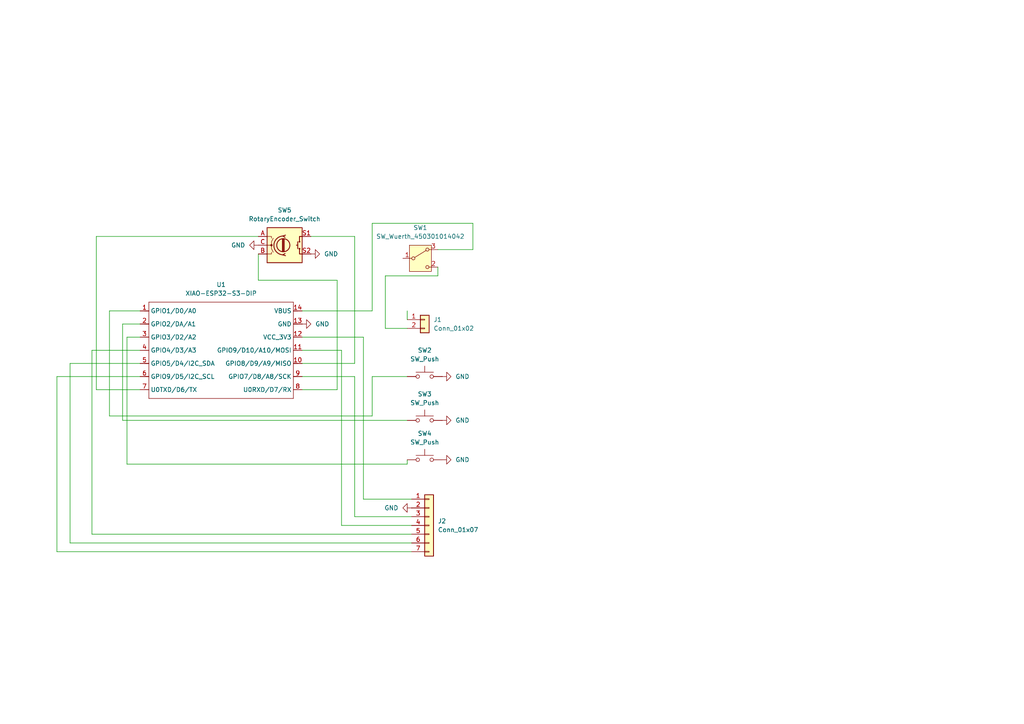
<source format=kicad_sch>
(kicad_sch
	(version 20250114)
	(generator "eeschema")
	(generator_version "9.0")
	(uuid "0a57853e-c969-42e3-b326-992fa9ab4799")
	(paper "A4")
	(lib_symbols
		(symbol "Connector_Generic:Conn_01x02"
			(pin_names
				(offset 1.016)
				(hide yes)
			)
			(exclude_from_sim no)
			(in_bom yes)
			(on_board yes)
			(property "Reference" "J"
				(at 0 2.54 0)
				(effects
					(font
						(size 1.27 1.27)
					)
				)
			)
			(property "Value" "Conn_01x02"
				(at 0 -5.08 0)
				(effects
					(font
						(size 1.27 1.27)
					)
				)
			)
			(property "Footprint" ""
				(at 0 0 0)
				(effects
					(font
						(size 1.27 1.27)
					)
					(hide yes)
				)
			)
			(property "Datasheet" "~"
				(at 0 0 0)
				(effects
					(font
						(size 1.27 1.27)
					)
					(hide yes)
				)
			)
			(property "Description" "Generic connector, single row, 01x02, script generated (kicad-library-utils/schlib/autogen/connector/)"
				(at 0 0 0)
				(effects
					(font
						(size 1.27 1.27)
					)
					(hide yes)
				)
			)
			(property "ki_keywords" "connector"
				(at 0 0 0)
				(effects
					(font
						(size 1.27 1.27)
					)
					(hide yes)
				)
			)
			(property "ki_fp_filters" "Connector*:*_1x??_*"
				(at 0 0 0)
				(effects
					(font
						(size 1.27 1.27)
					)
					(hide yes)
				)
			)
			(symbol "Conn_01x02_1_1"
				(rectangle
					(start -1.27 1.27)
					(end 1.27 -3.81)
					(stroke
						(width 0.254)
						(type default)
					)
					(fill
						(type background)
					)
				)
				(rectangle
					(start -1.27 0.127)
					(end 0 -0.127)
					(stroke
						(width 0.1524)
						(type default)
					)
					(fill
						(type none)
					)
				)
				(rectangle
					(start -1.27 -2.413)
					(end 0 -2.667)
					(stroke
						(width 0.1524)
						(type default)
					)
					(fill
						(type none)
					)
				)
				(pin passive line
					(at -5.08 0 0)
					(length 3.81)
					(name "Pin_1"
						(effects
							(font
								(size 1.27 1.27)
							)
						)
					)
					(number "1"
						(effects
							(font
								(size 1.27 1.27)
							)
						)
					)
				)
				(pin passive line
					(at -5.08 -2.54 0)
					(length 3.81)
					(name "Pin_2"
						(effects
							(font
								(size 1.27 1.27)
							)
						)
					)
					(number "2"
						(effects
							(font
								(size 1.27 1.27)
							)
						)
					)
				)
			)
			(embedded_fonts no)
		)
		(symbol "Connector_Generic:Conn_01x07"
			(pin_names
				(offset 1.016)
				(hide yes)
			)
			(exclude_from_sim no)
			(in_bom yes)
			(on_board yes)
			(property "Reference" "J"
				(at 0 10.16 0)
				(effects
					(font
						(size 1.27 1.27)
					)
				)
			)
			(property "Value" "Conn_01x07"
				(at 0 -10.16 0)
				(effects
					(font
						(size 1.27 1.27)
					)
				)
			)
			(property "Footprint" ""
				(at 0 0 0)
				(effects
					(font
						(size 1.27 1.27)
					)
					(hide yes)
				)
			)
			(property "Datasheet" "~"
				(at 0 0 0)
				(effects
					(font
						(size 1.27 1.27)
					)
					(hide yes)
				)
			)
			(property "Description" "Generic connector, single row, 01x07, script generated (kicad-library-utils/schlib/autogen/connector/)"
				(at 0 0 0)
				(effects
					(font
						(size 1.27 1.27)
					)
					(hide yes)
				)
			)
			(property "ki_keywords" "connector"
				(at 0 0 0)
				(effects
					(font
						(size 1.27 1.27)
					)
					(hide yes)
				)
			)
			(property "ki_fp_filters" "Connector*:*_1x??_*"
				(at 0 0 0)
				(effects
					(font
						(size 1.27 1.27)
					)
					(hide yes)
				)
			)
			(symbol "Conn_01x07_1_1"
				(rectangle
					(start -1.27 8.89)
					(end 1.27 -8.89)
					(stroke
						(width 0.254)
						(type default)
					)
					(fill
						(type background)
					)
				)
				(rectangle
					(start -1.27 7.747)
					(end 0 7.493)
					(stroke
						(width 0.1524)
						(type default)
					)
					(fill
						(type none)
					)
				)
				(rectangle
					(start -1.27 5.207)
					(end 0 4.953)
					(stroke
						(width 0.1524)
						(type default)
					)
					(fill
						(type none)
					)
				)
				(rectangle
					(start -1.27 2.667)
					(end 0 2.413)
					(stroke
						(width 0.1524)
						(type default)
					)
					(fill
						(type none)
					)
				)
				(rectangle
					(start -1.27 0.127)
					(end 0 -0.127)
					(stroke
						(width 0.1524)
						(type default)
					)
					(fill
						(type none)
					)
				)
				(rectangle
					(start -1.27 -2.413)
					(end 0 -2.667)
					(stroke
						(width 0.1524)
						(type default)
					)
					(fill
						(type none)
					)
				)
				(rectangle
					(start -1.27 -4.953)
					(end 0 -5.207)
					(stroke
						(width 0.1524)
						(type default)
					)
					(fill
						(type none)
					)
				)
				(rectangle
					(start -1.27 -7.493)
					(end 0 -7.747)
					(stroke
						(width 0.1524)
						(type default)
					)
					(fill
						(type none)
					)
				)
				(pin passive line
					(at -5.08 7.62 0)
					(length 3.81)
					(name "Pin_1"
						(effects
							(font
								(size 1.27 1.27)
							)
						)
					)
					(number "1"
						(effects
							(font
								(size 1.27 1.27)
							)
						)
					)
				)
				(pin passive line
					(at -5.08 5.08 0)
					(length 3.81)
					(name "Pin_2"
						(effects
							(font
								(size 1.27 1.27)
							)
						)
					)
					(number "2"
						(effects
							(font
								(size 1.27 1.27)
							)
						)
					)
				)
				(pin passive line
					(at -5.08 2.54 0)
					(length 3.81)
					(name "Pin_3"
						(effects
							(font
								(size 1.27 1.27)
							)
						)
					)
					(number "3"
						(effects
							(font
								(size 1.27 1.27)
							)
						)
					)
				)
				(pin passive line
					(at -5.08 0 0)
					(length 3.81)
					(name "Pin_4"
						(effects
							(font
								(size 1.27 1.27)
							)
						)
					)
					(number "4"
						(effects
							(font
								(size 1.27 1.27)
							)
						)
					)
				)
				(pin passive line
					(at -5.08 -2.54 0)
					(length 3.81)
					(name "Pin_5"
						(effects
							(font
								(size 1.27 1.27)
							)
						)
					)
					(number "5"
						(effects
							(font
								(size 1.27 1.27)
							)
						)
					)
				)
				(pin passive line
					(at -5.08 -5.08 0)
					(length 3.81)
					(name "Pin_6"
						(effects
							(font
								(size 1.27 1.27)
							)
						)
					)
					(number "6"
						(effects
							(font
								(size 1.27 1.27)
							)
						)
					)
				)
				(pin passive line
					(at -5.08 -7.62 0)
					(length 3.81)
					(name "Pin_7"
						(effects
							(font
								(size 1.27 1.27)
							)
						)
					)
					(number "7"
						(effects
							(font
								(size 1.27 1.27)
							)
						)
					)
				)
			)
			(embedded_fonts no)
		)
		(symbol "Device:RotaryEncoder_Switch"
			(pin_names
				(offset 0.254)
				(hide yes)
			)
			(exclude_from_sim no)
			(in_bom yes)
			(on_board yes)
			(property "Reference" "SW"
				(at 0 6.604 0)
				(effects
					(font
						(size 1.27 1.27)
					)
				)
			)
			(property "Value" "RotaryEncoder_Switch"
				(at 0 -6.604 0)
				(effects
					(font
						(size 1.27 1.27)
					)
				)
			)
			(property "Footprint" ""
				(at -3.81 4.064 0)
				(effects
					(font
						(size 1.27 1.27)
					)
					(hide yes)
				)
			)
			(property "Datasheet" "~"
				(at 0 6.604 0)
				(effects
					(font
						(size 1.27 1.27)
					)
					(hide yes)
				)
			)
			(property "Description" "Rotary encoder, dual channel, incremental quadrate outputs, with switch"
				(at 0 0 0)
				(effects
					(font
						(size 1.27 1.27)
					)
					(hide yes)
				)
			)
			(property "ki_keywords" "rotary switch encoder switch push button"
				(at 0 0 0)
				(effects
					(font
						(size 1.27 1.27)
					)
					(hide yes)
				)
			)
			(property "ki_fp_filters" "RotaryEncoder*Switch*"
				(at 0 0 0)
				(effects
					(font
						(size 1.27 1.27)
					)
					(hide yes)
				)
			)
			(symbol "RotaryEncoder_Switch_0_1"
				(rectangle
					(start -5.08 5.08)
					(end 5.08 -5.08)
					(stroke
						(width 0.254)
						(type default)
					)
					(fill
						(type background)
					)
				)
				(polyline
					(pts
						(xy -5.08 2.54) (xy -3.81 2.54) (xy -3.81 2.032)
					)
					(stroke
						(width 0)
						(type default)
					)
					(fill
						(type none)
					)
				)
				(polyline
					(pts
						(xy -5.08 0) (xy -3.81 0) (xy -3.81 -1.016) (xy -3.302 -2.032)
					)
					(stroke
						(width 0)
						(type default)
					)
					(fill
						(type none)
					)
				)
				(polyline
					(pts
						(xy -5.08 -2.54) (xy -3.81 -2.54) (xy -3.81 -2.032)
					)
					(stroke
						(width 0)
						(type default)
					)
					(fill
						(type none)
					)
				)
				(polyline
					(pts
						(xy -4.318 0) (xy -3.81 0) (xy -3.81 1.016) (xy -3.302 2.032)
					)
					(stroke
						(width 0)
						(type default)
					)
					(fill
						(type none)
					)
				)
				(circle
					(center -3.81 0)
					(radius 0.254)
					(stroke
						(width 0)
						(type default)
					)
					(fill
						(type outline)
					)
				)
				(polyline
					(pts
						(xy -0.635 -1.778) (xy -0.635 1.778)
					)
					(stroke
						(width 0.254)
						(type default)
					)
					(fill
						(type none)
					)
				)
				(circle
					(center -0.381 0)
					(radius 1.905)
					(stroke
						(width 0.254)
						(type default)
					)
					(fill
						(type none)
					)
				)
				(polyline
					(pts
						(xy -0.381 -1.778) (xy -0.381 1.778)
					)
					(stroke
						(width 0.254)
						(type default)
					)
					(fill
						(type none)
					)
				)
				(arc
					(start -0.381 -2.794)
					(mid -3.0988 -0.0635)
					(end -0.381 2.667)
					(stroke
						(width 0.254)
						(type default)
					)
					(fill
						(type none)
					)
				)
				(polyline
					(pts
						(xy -0.127 1.778) (xy -0.127 -1.778)
					)
					(stroke
						(width 0.254)
						(type default)
					)
					(fill
						(type none)
					)
				)
				(polyline
					(pts
						(xy 0.254 2.921) (xy -0.508 2.667) (xy 0.127 2.286)
					)
					(stroke
						(width 0.254)
						(type default)
					)
					(fill
						(type none)
					)
				)
				(polyline
					(pts
						(xy 0.254 -3.048) (xy -0.508 -2.794) (xy 0.127 -2.413)
					)
					(stroke
						(width 0.254)
						(type default)
					)
					(fill
						(type none)
					)
				)
				(polyline
					(pts
						(xy 3.81 1.016) (xy 3.81 -1.016)
					)
					(stroke
						(width 0.254)
						(type default)
					)
					(fill
						(type none)
					)
				)
				(polyline
					(pts
						(xy 3.81 0) (xy 3.429 0)
					)
					(stroke
						(width 0.254)
						(type default)
					)
					(fill
						(type none)
					)
				)
				(circle
					(center 4.318 1.016)
					(radius 0.127)
					(stroke
						(width 0.254)
						(type default)
					)
					(fill
						(type none)
					)
				)
				(circle
					(center 4.318 -1.016)
					(radius 0.127)
					(stroke
						(width 0.254)
						(type default)
					)
					(fill
						(type none)
					)
				)
				(polyline
					(pts
						(xy 5.08 2.54) (xy 4.318 2.54) (xy 4.318 1.016)
					)
					(stroke
						(width 0.254)
						(type default)
					)
					(fill
						(type none)
					)
				)
				(polyline
					(pts
						(xy 5.08 -2.54) (xy 4.318 -2.54) (xy 4.318 -1.016)
					)
					(stroke
						(width 0.254)
						(type default)
					)
					(fill
						(type none)
					)
				)
			)
			(symbol "RotaryEncoder_Switch_1_1"
				(pin passive line
					(at -7.62 2.54 0)
					(length 2.54)
					(name "A"
						(effects
							(font
								(size 1.27 1.27)
							)
						)
					)
					(number "A"
						(effects
							(font
								(size 1.27 1.27)
							)
						)
					)
				)
				(pin passive line
					(at -7.62 0 0)
					(length 2.54)
					(name "C"
						(effects
							(font
								(size 1.27 1.27)
							)
						)
					)
					(number "C"
						(effects
							(font
								(size 1.27 1.27)
							)
						)
					)
				)
				(pin passive line
					(at -7.62 -2.54 0)
					(length 2.54)
					(name "B"
						(effects
							(font
								(size 1.27 1.27)
							)
						)
					)
					(number "B"
						(effects
							(font
								(size 1.27 1.27)
							)
						)
					)
				)
				(pin passive line
					(at 7.62 2.54 180)
					(length 2.54)
					(name "S1"
						(effects
							(font
								(size 1.27 1.27)
							)
						)
					)
					(number "S1"
						(effects
							(font
								(size 1.27 1.27)
							)
						)
					)
				)
				(pin passive line
					(at 7.62 -2.54 180)
					(length 2.54)
					(name "S2"
						(effects
							(font
								(size 1.27 1.27)
							)
						)
					)
					(number "S2"
						(effects
							(font
								(size 1.27 1.27)
							)
						)
					)
				)
			)
			(embedded_fonts no)
		)
		(symbol "Seeed_Studio_XIAO_Series:XIAO-ESP32-S3-DIP"
			(exclude_from_sim no)
			(in_bom yes)
			(on_board yes)
			(property "Reference" "U"
				(at 1.27 0.508 0)
				(effects
					(font
						(size 1.27 1.27)
					)
				)
			)
			(property "Value" "XIAO-ESP32-S3-DIP"
				(at 9.652 -1.778 0)
				(effects
					(font
						(size 1.27 1.27)
					)
				)
			)
			(property "Footprint" "Module:MOUDLE14P-XIAO-DIP-SMD"
				(at 17.018 -31.75 0)
				(effects
					(font
						(size 1.27 1.27)
					)
					(hide yes)
				)
			)
			(property "Datasheet" ""
				(at 0 0 0)
				(effects
					(font
						(size 1.27 1.27)
					)
					(hide yes)
				)
			)
			(property "Description" ""
				(at 0 0 0)
				(effects
					(font
						(size 1.27 1.27)
					)
					(hide yes)
				)
			)
			(symbol "XIAO-ESP32-S3-DIP_1_0"
				(polyline
					(pts
						(xy 0 -2.54) (xy 41.91 -2.54)
					)
					(stroke
						(width 0.1524)
						(type solid)
					)
					(fill
						(type none)
					)
				)
				(polyline
					(pts
						(xy 0 -5.08) (xy -1.27 -5.08)
					)
					(stroke
						(width 0.1524)
						(type solid)
					)
					(fill
						(type none)
					)
				)
				(polyline
					(pts
						(xy 0 -5.08) (xy 0 -2.54)
					)
					(stroke
						(width 0.1524)
						(type solid)
					)
					(fill
						(type none)
					)
				)
				(polyline
					(pts
						(xy 0 -8.89) (xy -1.27 -8.89)
					)
					(stroke
						(width 0.1524)
						(type solid)
					)
					(fill
						(type none)
					)
				)
				(polyline
					(pts
						(xy 0 -8.89) (xy 0 -5.08)
					)
					(stroke
						(width 0.1524)
						(type solid)
					)
					(fill
						(type none)
					)
				)
				(polyline
					(pts
						(xy 0 -12.7) (xy -1.27 -12.7)
					)
					(stroke
						(width 0.1524)
						(type solid)
					)
					(fill
						(type none)
					)
				)
				(polyline
					(pts
						(xy 0 -12.7) (xy 0 -8.89)
					)
					(stroke
						(width 0.1524)
						(type solid)
					)
					(fill
						(type none)
					)
				)
				(polyline
					(pts
						(xy 0 -16.51) (xy -1.27 -16.51)
					)
					(stroke
						(width 0.1524)
						(type solid)
					)
					(fill
						(type none)
					)
				)
				(polyline
					(pts
						(xy 0 -16.51) (xy 0 -12.7)
					)
					(stroke
						(width 0.1524)
						(type solid)
					)
					(fill
						(type none)
					)
				)
				(polyline
					(pts
						(xy 0 -20.32) (xy -1.27 -20.32)
					)
					(stroke
						(width 0.1524)
						(type solid)
					)
					(fill
						(type none)
					)
				)
				(polyline
					(pts
						(xy 0 -24.13) (xy -1.27 -24.13)
					)
					(stroke
						(width 0.1524)
						(type solid)
					)
					(fill
						(type none)
					)
				)
				(polyline
					(pts
						(xy 0 -27.94) (xy -1.27 -27.94)
					)
					(stroke
						(width 0.1524)
						(type solid)
					)
					(fill
						(type none)
					)
				)
				(polyline
					(pts
						(xy 0 -30.48) (xy 0 -16.51)
					)
					(stroke
						(width 0.1524)
						(type solid)
					)
					(fill
						(type none)
					)
				)
				(polyline
					(pts
						(xy 41.91 -2.54) (xy 41.91 -5.08)
					)
					(stroke
						(width 0.1524)
						(type solid)
					)
					(fill
						(type none)
					)
				)
				(polyline
					(pts
						(xy 41.91 -5.08) (xy 41.91 -8.89)
					)
					(stroke
						(width 0.1524)
						(type solid)
					)
					(fill
						(type none)
					)
				)
				(polyline
					(pts
						(xy 41.91 -8.89) (xy 41.91 -12.7)
					)
					(stroke
						(width 0.1524)
						(type solid)
					)
					(fill
						(type none)
					)
				)
				(polyline
					(pts
						(xy 41.91 -12.7) (xy 41.91 -30.48)
					)
					(stroke
						(width 0.1524)
						(type solid)
					)
					(fill
						(type none)
					)
				)
				(polyline
					(pts
						(xy 41.91 -30.48) (xy 0 -30.48)
					)
					(stroke
						(width 0.1524)
						(type solid)
					)
					(fill
						(type none)
					)
				)
				(polyline
					(pts
						(xy 43.18 -5.08) (xy 41.91 -5.08)
					)
					(stroke
						(width 0.1524)
						(type solid)
					)
					(fill
						(type none)
					)
				)
				(polyline
					(pts
						(xy 43.18 -8.89) (xy 41.91 -8.89)
					)
					(stroke
						(width 0.1524)
						(type solid)
					)
					(fill
						(type none)
					)
				)
				(polyline
					(pts
						(xy 43.18 -12.7) (xy 41.91 -12.7)
					)
					(stroke
						(width 0.1524)
						(type solid)
					)
					(fill
						(type none)
					)
				)
				(polyline
					(pts
						(xy 43.18 -16.51) (xy 41.91 -16.51)
					)
					(stroke
						(width 0.1524)
						(type solid)
					)
					(fill
						(type none)
					)
				)
				(polyline
					(pts
						(xy 43.18 -20.32) (xy 41.91 -20.32)
					)
					(stroke
						(width 0.1524)
						(type solid)
					)
					(fill
						(type none)
					)
				)
				(polyline
					(pts
						(xy 43.18 -24.13) (xy 41.91 -24.13)
					)
					(stroke
						(width 0.1524)
						(type solid)
					)
					(fill
						(type none)
					)
				)
				(polyline
					(pts
						(xy 43.18 -27.94) (xy 41.91 -27.94)
					)
					(stroke
						(width 0.1524)
						(type solid)
					)
					(fill
						(type none)
					)
				)
				(pin passive line
					(at -2.54 -5.08 0)
					(length 2.54)
					(name "GPIO1/D0/A0"
						(effects
							(font
								(size 1.27 1.27)
							)
						)
					)
					(number "1"
						(effects
							(font
								(size 1.27 1.27)
							)
						)
					)
				)
				(pin passive line
					(at -2.54 -8.89 0)
					(length 2.54)
					(name "GPIO2/DA/A1"
						(effects
							(font
								(size 1.27 1.27)
							)
						)
					)
					(number "2"
						(effects
							(font
								(size 1.27 1.27)
							)
						)
					)
				)
				(pin passive line
					(at -2.54 -12.7 0)
					(length 2.54)
					(name "GPIO3/D2/A2"
						(effects
							(font
								(size 1.27 1.27)
							)
						)
					)
					(number "3"
						(effects
							(font
								(size 1.27 1.27)
							)
						)
					)
				)
				(pin passive line
					(at -2.54 -16.51 0)
					(length 2.54)
					(name "GPIO4/D3/A3"
						(effects
							(font
								(size 1.27 1.27)
							)
						)
					)
					(number "4"
						(effects
							(font
								(size 1.27 1.27)
							)
						)
					)
				)
				(pin passive line
					(at -2.54 -20.32 0)
					(length 2.54)
					(name "GPIO5/D4/I2C_SDA"
						(effects
							(font
								(size 1.27 1.27)
							)
						)
					)
					(number "5"
						(effects
							(font
								(size 1.27 1.27)
							)
						)
					)
				)
				(pin passive line
					(at -2.54 -24.13 0)
					(length 2.54)
					(name "GPIO9/D5/I2C_SCL"
						(effects
							(font
								(size 1.27 1.27)
							)
						)
					)
					(number "6"
						(effects
							(font
								(size 1.27 1.27)
							)
						)
					)
				)
				(pin passive line
					(at -2.54 -27.94 0)
					(length 2.54)
					(name "U0TXD/D6/TX"
						(effects
							(font
								(size 1.27 1.27)
							)
						)
					)
					(number "7"
						(effects
							(font
								(size 1.27 1.27)
							)
						)
					)
				)
				(pin passive line
					(at 44.45 -5.08 180)
					(length 2.54)
					(name "VBUS"
						(effects
							(font
								(size 1.27 1.27)
							)
						)
					)
					(number "14"
						(effects
							(font
								(size 1.27 1.27)
							)
						)
					)
				)
				(pin passive line
					(at 44.45 -8.89 180)
					(length 2.54)
					(name "GND"
						(effects
							(font
								(size 1.27 1.27)
							)
						)
					)
					(number "13"
						(effects
							(font
								(size 1.27 1.27)
							)
						)
					)
				)
				(pin passive line
					(at 44.45 -12.7 180)
					(length 2.54)
					(name "VCC_3V3"
						(effects
							(font
								(size 1.27 1.27)
							)
						)
					)
					(number "12"
						(effects
							(font
								(size 1.27 1.27)
							)
						)
					)
				)
				(pin passive line
					(at 44.45 -16.51 180)
					(length 2.54)
					(name "GPIO9/D10/A10/MOSI"
						(effects
							(font
								(size 1.27 1.27)
							)
						)
					)
					(number "11"
						(effects
							(font
								(size 1.27 1.27)
							)
						)
					)
				)
				(pin passive line
					(at 44.45 -20.32 180)
					(length 2.54)
					(name "GPIO8/D9/A9/MISO"
						(effects
							(font
								(size 1.27 1.27)
							)
						)
					)
					(number "10"
						(effects
							(font
								(size 1.27 1.27)
							)
						)
					)
				)
				(pin passive line
					(at 44.45 -24.13 180)
					(length 2.54)
					(name "GPIO7/D8/A8/SCK"
						(effects
							(font
								(size 1.27 1.27)
							)
						)
					)
					(number "9"
						(effects
							(font
								(size 1.27 1.27)
							)
						)
					)
				)
				(pin passive line
					(at 44.45 -27.94 180)
					(length 2.54)
					(name "U0RXD/D7/RX"
						(effects
							(font
								(size 1.27 1.27)
							)
						)
					)
					(number "8"
						(effects
							(font
								(size 1.27 1.27)
							)
						)
					)
				)
			)
			(embedded_fonts no)
		)
		(symbol "Switch:SW_Push"
			(pin_numbers
				(hide yes)
			)
			(pin_names
				(offset 1.016)
				(hide yes)
			)
			(exclude_from_sim no)
			(in_bom yes)
			(on_board yes)
			(property "Reference" "SW"
				(at 1.27 2.54 0)
				(effects
					(font
						(size 1.27 1.27)
					)
					(justify left)
				)
			)
			(property "Value" "SW_Push"
				(at 0 -1.524 0)
				(effects
					(font
						(size 1.27 1.27)
					)
				)
			)
			(property "Footprint" ""
				(at 0 5.08 0)
				(effects
					(font
						(size 1.27 1.27)
					)
					(hide yes)
				)
			)
			(property "Datasheet" "~"
				(at 0 5.08 0)
				(effects
					(font
						(size 1.27 1.27)
					)
					(hide yes)
				)
			)
			(property "Description" "Push button switch, generic, two pins"
				(at 0 0 0)
				(effects
					(font
						(size 1.27 1.27)
					)
					(hide yes)
				)
			)
			(property "ki_keywords" "switch normally-open pushbutton push-button"
				(at 0 0 0)
				(effects
					(font
						(size 1.27 1.27)
					)
					(hide yes)
				)
			)
			(symbol "SW_Push_0_1"
				(circle
					(center -2.032 0)
					(radius 0.508)
					(stroke
						(width 0)
						(type default)
					)
					(fill
						(type none)
					)
				)
				(polyline
					(pts
						(xy 0 1.27) (xy 0 3.048)
					)
					(stroke
						(width 0)
						(type default)
					)
					(fill
						(type none)
					)
				)
				(circle
					(center 2.032 0)
					(radius 0.508)
					(stroke
						(width 0)
						(type default)
					)
					(fill
						(type none)
					)
				)
				(polyline
					(pts
						(xy 2.54 1.27) (xy -2.54 1.27)
					)
					(stroke
						(width 0)
						(type default)
					)
					(fill
						(type none)
					)
				)
				(pin passive line
					(at -5.08 0 0)
					(length 2.54)
					(name "1"
						(effects
							(font
								(size 1.27 1.27)
							)
						)
					)
					(number "1"
						(effects
							(font
								(size 1.27 1.27)
							)
						)
					)
				)
				(pin passive line
					(at 5.08 0 180)
					(length 2.54)
					(name "2"
						(effects
							(font
								(size 1.27 1.27)
							)
						)
					)
					(number "2"
						(effects
							(font
								(size 1.27 1.27)
							)
						)
					)
				)
			)
			(embedded_fonts no)
		)
		(symbol "Switch:SW_Wuerth_450301014042"
			(pin_names
				(offset 1)
				(hide yes)
			)
			(exclude_from_sim no)
			(in_bom yes)
			(on_board yes)
			(property "Reference" "SW"
				(at 0 5.08 0)
				(effects
					(font
						(size 1.27 1.27)
					)
				)
			)
			(property "Value" "SW_Wuerth_450301014042"
				(at 0 -5.08 0)
				(effects
					(font
						(size 1.27 1.27)
					)
				)
			)
			(property "Footprint" "Button_Switch_THT:SW_Slide-03_Wuerth-WS-SLTV_10x2.5x6.4_P2.54mm"
				(at 0 -10.16 0)
				(effects
					(font
						(size 1.27 1.27)
					)
					(hide yes)
				)
			)
			(property "Datasheet" "https://www.we-online.com/components/products/datasheet/450301014042.pdf"
				(at 0 -7.62 0)
				(effects
					(font
						(size 1.27 1.27)
					)
					(hide yes)
				)
			)
			(property "Description" "Switch slide, single pole double throw"
				(at 0 0 0)
				(effects
					(font
						(size 1.27 1.27)
					)
					(hide yes)
				)
			)
			(property "ki_keywords" "changeover single-pole opposite-side-connection double-throw spdt ON-ON"
				(at 0 0 0)
				(effects
					(font
						(size 1.27 1.27)
					)
					(hide yes)
				)
			)
			(property "ki_fp_filters" "SW*Wuerth*WS*SLTV*10x2.5x6.4*P2.54mm*"
				(at 0 0 0)
				(effects
					(font
						(size 1.27 1.27)
					)
					(hide yes)
				)
			)
			(symbol "SW_Wuerth_450301014042_0_1"
				(circle
					(center -2.032 0)
					(radius 0.4572)
					(stroke
						(width 0)
						(type default)
					)
					(fill
						(type none)
					)
				)
				(polyline
					(pts
						(xy -1.651 0.254) (xy 1.651 2.286)
					)
					(stroke
						(width 0)
						(type default)
					)
					(fill
						(type none)
					)
				)
				(circle
					(center 2.032 2.54)
					(radius 0.4572)
					(stroke
						(width 0)
						(type default)
					)
					(fill
						(type none)
					)
				)
				(circle
					(center 2.032 -2.54)
					(radius 0.4572)
					(stroke
						(width 0)
						(type default)
					)
					(fill
						(type none)
					)
				)
			)
			(symbol "SW_Wuerth_450301014042_1_1"
				(rectangle
					(start -3.175 3.81)
					(end 3.175 -3.81)
					(stroke
						(width 0)
						(type default)
					)
					(fill
						(type background)
					)
				)
				(pin passive line
					(at -5.08 0 0)
					(length 2.54)
					(name "B"
						(effects
							(font
								(size 1.27 1.27)
							)
						)
					)
					(number "1"
						(effects
							(font
								(size 1.27 1.27)
							)
						)
					)
				)
				(pin passive line
					(at 5.08 2.54 180)
					(length 2.54)
					(name "A"
						(effects
							(font
								(size 1.27 1.27)
							)
						)
					)
					(number "3"
						(effects
							(font
								(size 1.27 1.27)
							)
						)
					)
				)
				(pin passive line
					(at 5.08 -2.54 180)
					(length 2.54)
					(name "C"
						(effects
							(font
								(size 1.27 1.27)
							)
						)
					)
					(number "2"
						(effects
							(font
								(size 1.27 1.27)
							)
						)
					)
				)
			)
			(embedded_fonts no)
		)
		(symbol "power:GND"
			(power)
			(pin_numbers
				(hide yes)
			)
			(pin_names
				(offset 0)
				(hide yes)
			)
			(exclude_from_sim no)
			(in_bom yes)
			(on_board yes)
			(property "Reference" "#PWR"
				(at 0 -6.35 0)
				(effects
					(font
						(size 1.27 1.27)
					)
					(hide yes)
				)
			)
			(property "Value" "GND"
				(at 0 -3.81 0)
				(effects
					(font
						(size 1.27 1.27)
					)
				)
			)
			(property "Footprint" ""
				(at 0 0 0)
				(effects
					(font
						(size 1.27 1.27)
					)
					(hide yes)
				)
			)
			(property "Datasheet" ""
				(at 0 0 0)
				(effects
					(font
						(size 1.27 1.27)
					)
					(hide yes)
				)
			)
			(property "Description" "Power symbol creates a global label with name \"GND\" , ground"
				(at 0 0 0)
				(effects
					(font
						(size 1.27 1.27)
					)
					(hide yes)
				)
			)
			(property "ki_keywords" "global power"
				(at 0 0 0)
				(effects
					(font
						(size 1.27 1.27)
					)
					(hide yes)
				)
			)
			(symbol "GND_0_1"
				(polyline
					(pts
						(xy 0 0) (xy 0 -1.27) (xy 1.27 -1.27) (xy 0 -2.54) (xy -1.27 -1.27) (xy 0 -1.27)
					)
					(stroke
						(width 0)
						(type default)
					)
					(fill
						(type none)
					)
				)
			)
			(symbol "GND_1_1"
				(pin power_in line
					(at 0 0 270)
					(length 0)
					(name "~"
						(effects
							(font
								(size 1.27 1.27)
							)
						)
					)
					(number "1"
						(effects
							(font
								(size 1.27 1.27)
							)
						)
					)
				)
			)
			(embedded_fonts no)
		)
	)
	(wire
		(pts
			(xy 31.75 120.65) (xy 107.95 120.65)
		)
		(stroke
			(width 0)
			(type default)
		)
		(uuid "0bcab1aa-335f-4688-a92d-fe27ef98e98d")
	)
	(wire
		(pts
			(xy 27.94 113.03) (xy 40.64 113.03)
		)
		(stroke
			(width 0)
			(type default)
		)
		(uuid "1be84359-0157-413b-b577-24fb38e1c3d3")
	)
	(wire
		(pts
			(xy 35.56 121.92) (xy 118.11 121.92)
		)
		(stroke
			(width 0)
			(type default)
		)
		(uuid "1de2de78-431c-478e-95f4-0bd8fd5be957")
	)
	(wire
		(pts
			(xy 87.63 101.6) (xy 99.06 101.6)
		)
		(stroke
			(width 0)
			(type default)
		)
		(uuid "23bb30dd-ed72-40bd-9996-0bec3b1adb39")
	)
	(wire
		(pts
			(xy 102.87 68.58) (xy 102.87 105.41)
		)
		(stroke
			(width 0)
			(type default)
		)
		(uuid "26791859-8468-426d-9555-cbde7087d2f5")
	)
	(wire
		(pts
			(xy 105.41 97.79) (xy 105.41 144.78)
		)
		(stroke
			(width 0)
			(type default)
		)
		(uuid "2bde5aa3-4209-45a6-8788-5a3633dd3e67")
	)
	(wire
		(pts
			(xy 74.93 81.28) (xy 97.79 81.28)
		)
		(stroke
			(width 0)
			(type default)
		)
		(uuid "33abb9aa-3929-4c3a-8c87-bc21035129c4")
	)
	(wire
		(pts
			(xy 31.75 90.17) (xy 31.75 120.65)
		)
		(stroke
			(width 0)
			(type default)
		)
		(uuid "3730b859-84cb-4ef7-a688-67f219de2ab5")
	)
	(wire
		(pts
			(xy 105.41 144.78) (xy 119.38 144.78)
		)
		(stroke
			(width 0)
			(type default)
		)
		(uuid "37c9dc4b-1517-4ca9-aeb0-d94d19fcdc76")
	)
	(wire
		(pts
			(xy 20.32 157.48) (xy 119.38 157.48)
		)
		(stroke
			(width 0)
			(type default)
		)
		(uuid "3eafe26f-01c4-4017-99fc-54fb92517769")
	)
	(wire
		(pts
			(xy 107.95 109.22) (xy 118.11 109.22)
		)
		(stroke
			(width 0)
			(type default)
		)
		(uuid "3f731cfe-10e0-40ed-9188-c8d134aea51c")
	)
	(wire
		(pts
			(xy 74.93 73.66) (xy 74.93 81.28)
		)
		(stroke
			(width 0)
			(type default)
		)
		(uuid "4233c128-cc67-452b-a82c-fb0b2607d908")
	)
	(wire
		(pts
			(xy 99.06 101.6) (xy 99.06 152.4)
		)
		(stroke
			(width 0)
			(type default)
		)
		(uuid "44cff170-5eeb-4d22-8db6-8b2d918d53ec")
	)
	(wire
		(pts
			(xy 87.63 90.17) (xy 107.95 90.17)
		)
		(stroke
			(width 0)
			(type default)
		)
		(uuid "4515769a-e08b-4f0c-bf63-0cfaec7a4341")
	)
	(wire
		(pts
			(xy 99.06 152.4) (xy 119.38 152.4)
		)
		(stroke
			(width 0)
			(type default)
		)
		(uuid "4786cb9b-8497-4331-8396-d1f823351eab")
	)
	(wire
		(pts
			(xy 111.76 95.25) (xy 111.76 80.01)
		)
		(stroke
			(width 0)
			(type default)
		)
		(uuid "54c0a4ed-27f3-4a75-9d99-2dccb95f372b")
	)
	(wire
		(pts
			(xy 40.64 105.41) (xy 20.32 105.41)
		)
		(stroke
			(width 0)
			(type default)
		)
		(uuid "5a1ccbd0-73d4-4b57-912e-a2ab97c40d9a")
	)
	(wire
		(pts
			(xy 97.79 81.28) (xy 97.79 113.03)
		)
		(stroke
			(width 0)
			(type default)
		)
		(uuid "5b152800-eecb-4c77-9076-87c25341d582")
	)
	(wire
		(pts
			(xy 35.56 93.98) (xy 35.56 121.92)
		)
		(stroke
			(width 0)
			(type default)
		)
		(uuid "5f44f20d-86b0-4c0a-8ec2-7069f3ea6a09")
	)
	(wire
		(pts
			(xy 102.87 105.41) (xy 87.63 105.41)
		)
		(stroke
			(width 0)
			(type default)
		)
		(uuid "627a809f-2149-4b3a-9de1-faf919c27fd7")
	)
	(wire
		(pts
			(xy 111.76 80.01) (xy 127 80.01)
		)
		(stroke
			(width 0)
			(type default)
		)
		(uuid "66421ebe-f719-4734-a2e4-3deeaba1cd95")
	)
	(wire
		(pts
			(xy 40.64 93.98) (xy 35.56 93.98)
		)
		(stroke
			(width 0)
			(type default)
		)
		(uuid "6aa70b8d-f81c-4938-a1d1-6c359ded4c16")
	)
	(wire
		(pts
			(xy 40.64 90.17) (xy 31.75 90.17)
		)
		(stroke
			(width 0)
			(type default)
		)
		(uuid "7240c176-262c-469f-bc81-b55445fc8d98")
	)
	(wire
		(pts
			(xy 118.11 90.17) (xy 118.11 92.71)
		)
		(stroke
			(width 0)
			(type default)
		)
		(uuid "72719bd6-086b-47e4-b0c4-653e48599057")
	)
	(wire
		(pts
			(xy 36.83 97.79) (xy 36.83 134.62)
		)
		(stroke
			(width 0)
			(type default)
		)
		(uuid "76682d00-f561-45ea-bc17-411c95de59bb")
	)
	(wire
		(pts
			(xy 107.95 90.17) (xy 107.95 64.77)
		)
		(stroke
			(width 0)
			(type default)
		)
		(uuid "7c495610-e8cc-475d-9d8b-a7ad6db5005d")
	)
	(wire
		(pts
			(xy 97.79 113.03) (xy 87.63 113.03)
		)
		(stroke
			(width 0)
			(type default)
		)
		(uuid "8af1edad-a662-4d1b-bea9-255abac00047")
	)
	(wire
		(pts
			(xy 102.87 149.86) (xy 119.38 149.86)
		)
		(stroke
			(width 0)
			(type default)
		)
		(uuid "925b2692-a5fe-425b-bd68-afe679438c09")
	)
	(wire
		(pts
			(xy 90.17 68.58) (xy 102.87 68.58)
		)
		(stroke
			(width 0)
			(type default)
		)
		(uuid "9633e95f-4937-430e-a610-52fd4aa34c0c")
	)
	(wire
		(pts
			(xy 137.16 72.39) (xy 127 72.39)
		)
		(stroke
			(width 0)
			(type default)
		)
		(uuid "96ba8e89-56bb-4ec9-92d1-4a54dd311aa1")
	)
	(wire
		(pts
			(xy 118.11 95.25) (xy 111.76 95.25)
		)
		(stroke
			(width 0)
			(type default)
		)
		(uuid "aaf9495c-7db0-4480-92d5-e703a145b81a")
	)
	(wire
		(pts
			(xy 102.87 109.22) (xy 102.87 149.86)
		)
		(stroke
			(width 0)
			(type default)
		)
		(uuid "ac67902d-150a-4282-a0d4-798b654b1d11")
	)
	(wire
		(pts
			(xy 74.93 68.58) (xy 27.94 68.58)
		)
		(stroke
			(width 0)
			(type default)
		)
		(uuid "ae26901c-eccd-48b8-96c1-739d383c6ea3")
	)
	(wire
		(pts
			(xy 26.67 101.6) (xy 26.67 154.94)
		)
		(stroke
			(width 0)
			(type default)
		)
		(uuid "af2420b7-fc61-4eb3-80e8-4384c412ac99")
	)
	(wire
		(pts
			(xy 27.94 68.58) (xy 27.94 113.03)
		)
		(stroke
			(width 0)
			(type default)
		)
		(uuid "b259abe1-8070-453a-8490-13d204a098f0")
	)
	(wire
		(pts
			(xy 36.83 134.62) (xy 118.11 134.62)
		)
		(stroke
			(width 0)
			(type default)
		)
		(uuid "c9ac361f-be36-409c-96eb-dadd7075217d")
	)
	(wire
		(pts
			(xy 26.67 154.94) (xy 119.38 154.94)
		)
		(stroke
			(width 0)
			(type default)
		)
		(uuid "cd202269-b362-4089-a7b3-0bf26fc87252")
	)
	(wire
		(pts
			(xy 127 80.01) (xy 127 77.47)
		)
		(stroke
			(width 0)
			(type default)
		)
		(uuid "cd5ea5c3-fe19-4f5d-a3e9-dc80a2e0211a")
	)
	(wire
		(pts
			(xy 40.64 109.22) (xy 16.51 109.22)
		)
		(stroke
			(width 0)
			(type default)
		)
		(uuid "d1296b11-56ca-44d5-bced-1903308b44d2")
	)
	(wire
		(pts
			(xy 118.11 134.62) (xy 118.11 133.35)
		)
		(stroke
			(width 0)
			(type default)
		)
		(uuid "d17c09c8-a5e6-4213-b767-56c4fe7eb8d3")
	)
	(wire
		(pts
			(xy 87.63 97.79) (xy 105.41 97.79)
		)
		(stroke
			(width 0)
			(type default)
		)
		(uuid "d2ac26a7-fb56-476f-b79a-017695e6a570")
	)
	(wire
		(pts
			(xy 107.95 120.65) (xy 107.95 109.22)
		)
		(stroke
			(width 0)
			(type default)
		)
		(uuid "d4faa7ce-cb73-4e5f-b23a-2f34d295713e")
	)
	(wire
		(pts
			(xy 20.32 105.41) (xy 20.32 157.48)
		)
		(stroke
			(width 0)
			(type default)
		)
		(uuid "d6cdd41e-a866-485b-aa7c-34aa65b47f6e")
	)
	(wire
		(pts
			(xy 137.16 64.77) (xy 137.16 72.39)
		)
		(stroke
			(width 0)
			(type default)
		)
		(uuid "d8210373-3086-4228-b9b6-869c57d6c20d")
	)
	(wire
		(pts
			(xy 87.63 109.22) (xy 102.87 109.22)
		)
		(stroke
			(width 0)
			(type default)
		)
		(uuid "df0e6482-9e6a-49d2-9946-3f49e1294c0d")
	)
	(wire
		(pts
			(xy 40.64 101.6) (xy 26.67 101.6)
		)
		(stroke
			(width 0)
			(type default)
		)
		(uuid "df79f537-093a-4a69-838b-ab45d015b5a0")
	)
	(wire
		(pts
			(xy 16.51 109.22) (xy 16.51 160.02)
		)
		(stroke
			(width 0)
			(type default)
		)
		(uuid "e66ba35f-5302-40c1-aa10-ca25d146797e")
	)
	(wire
		(pts
			(xy 107.95 64.77) (xy 137.16 64.77)
		)
		(stroke
			(width 0)
			(type default)
		)
		(uuid "f33a61fe-b1ab-4485-b0f7-6177e4ada184")
	)
	(wire
		(pts
			(xy 16.51 160.02) (xy 119.38 160.02)
		)
		(stroke
			(width 0)
			(type default)
		)
		(uuid "f9d5ea8e-07e9-4c74-acea-6304281c6cf7")
	)
	(wire
		(pts
			(xy 40.64 97.79) (xy 36.83 97.79)
		)
		(stroke
			(width 0)
			(type default)
		)
		(uuid "fb10311f-3fb6-48dc-9308-8d0f26c05884")
	)
	(symbol
		(lib_id "Seeed_Studio_XIAO_Series:XIAO-ESP32-S3-DIP")
		(at 43.18 85.09 0)
		(unit 1)
		(exclude_from_sim no)
		(in_bom yes)
		(on_board yes)
		(dnp no)
		(fields_autoplaced yes)
		(uuid "07f20389-049d-47de-b2bf-f44c794064db")
		(property "Reference" "U1"
			(at 64.135 82.55 0)
			(effects
				(font
					(size 1.27 1.27)
				)
			)
		)
		(property "Value" "XIAO-ESP32-S3-DIP"
			(at 64.135 85.09 0)
			(effects
				(font
					(size 1.27 1.27)
				)
			)
		)
		(property "Footprint" "Downloads:XIAO-ESP32C3-DIP"
			(at 60.198 116.84 0)
			(effects
				(font
					(size 1.27 1.27)
				)
				(hide yes)
			)
		)
		(property "Datasheet" ""
			(at 43.18 85.09 0)
			(effects
				(font
					(size 1.27 1.27)
				)
				(hide yes)
			)
		)
		(property "Description" ""
			(at 43.18 85.09 0)
			(effects
				(font
					(size 1.27 1.27)
				)
				(hide yes)
			)
		)
		(pin "4"
			(uuid "be3257ef-3091-43ca-9f79-ba61d03fdc97")
		)
		(pin "2"
			(uuid "40bc170e-86ab-4cc2-ae52-a4171fdc6e10")
		)
		(pin "1"
			(uuid "17f3282e-8893-4f4b-aaa9-fd74a71f2c65")
		)
		(pin "3"
			(uuid "8b706243-d4b1-4e10-8446-a9e63cef16a0")
		)
		(pin "6"
			(uuid "3bf5d42c-389f-442b-a65e-b561371b8bae")
		)
		(pin "11"
			(uuid "1d8da270-823e-4d98-8944-fc8848cc4a6b")
		)
		(pin "8"
			(uuid "b4497672-bee7-4fa1-9ed4-7396f51848be")
		)
		(pin "14"
			(uuid "b735d3ed-4525-431f-abc5-b0bc21579fa2")
		)
		(pin "7"
			(uuid "cd6928c3-b40f-4e63-ae30-6a9622b7129a")
		)
		(pin "9"
			(uuid "b8c0de19-e6cb-433d-a83b-f4ea81b88995")
		)
		(pin "12"
			(uuid "85169cbe-3113-4738-a6e6-bdeb5bd8907d")
		)
		(pin "5"
			(uuid "40a472f4-3992-4c49-bd02-08f63d430228")
		)
		(pin "13"
			(uuid "a4a6b188-9a7c-48cc-9c77-c1340b8fc795")
		)
		(pin "10"
			(uuid "4aac6990-070c-4873-801d-576f48a7b2f0")
		)
		(instances
			(project ""
				(path "/0a57853e-c969-42e3-b326-992fa9ab4799"
					(reference "U1")
					(unit 1)
				)
			)
		)
	)
	(symbol
		(lib_id "power:GND")
		(at 128.27 133.35 90)
		(unit 1)
		(exclude_from_sim no)
		(in_bom yes)
		(on_board yes)
		(dnp no)
		(fields_autoplaced yes)
		(uuid "0bd12aed-f06c-4233-9cfb-adad9a5f00a6")
		(property "Reference" "#PWR05"
			(at 134.62 133.35 0)
			(effects
				(font
					(size 1.27 1.27)
				)
				(hide yes)
			)
		)
		(property "Value" "GND"
			(at 132.08 133.3499 90)
			(effects
				(font
					(size 1.27 1.27)
				)
				(justify right)
			)
		)
		(property "Footprint" ""
			(at 128.27 133.35 0)
			(effects
				(font
					(size 1.27 1.27)
				)
				(hide yes)
			)
		)
		(property "Datasheet" ""
			(at 128.27 133.35 0)
			(effects
				(font
					(size 1.27 1.27)
				)
				(hide yes)
			)
		)
		(property "Description" "Power symbol creates a global label with name \"GND\" , ground"
			(at 128.27 133.35 0)
			(effects
				(font
					(size 1.27 1.27)
				)
				(hide yes)
			)
		)
		(pin "1"
			(uuid "e993e697-6f4a-4902-8171-ae3844fc29f6")
		)
		(instances
			(project ""
				(path "/0a57853e-c969-42e3-b326-992fa9ab4799"
					(reference "#PWR05")
					(unit 1)
				)
			)
		)
	)
	(symbol
		(lib_id "power:GND")
		(at 90.17 73.66 90)
		(unit 1)
		(exclude_from_sim no)
		(in_bom yes)
		(on_board yes)
		(dnp no)
		(fields_autoplaced yes)
		(uuid "17d93049-deae-4d04-af57-aa3182de4f26")
		(property "Reference" "#PWR07"
			(at 96.52 73.66 0)
			(effects
				(font
					(size 1.27 1.27)
				)
				(hide yes)
			)
		)
		(property "Value" "GND"
			(at 93.98 73.6599 90)
			(effects
				(font
					(size 1.27 1.27)
				)
				(justify right)
			)
		)
		(property "Footprint" ""
			(at 90.17 73.66 0)
			(effects
				(font
					(size 1.27 1.27)
				)
				(hide yes)
			)
		)
		(property "Datasheet" ""
			(at 90.17 73.66 0)
			(effects
				(font
					(size 1.27 1.27)
				)
				(hide yes)
			)
		)
		(property "Description" "Power symbol creates a global label with name \"GND\" , ground"
			(at 90.17 73.66 0)
			(effects
				(font
					(size 1.27 1.27)
				)
				(hide yes)
			)
		)
		(pin "1"
			(uuid "6b23ac21-715b-4c86-822a-bf5f357598c5")
		)
		(instances
			(project ""
				(path "/0a57853e-c969-42e3-b326-992fa9ab4799"
					(reference "#PWR07")
					(unit 1)
				)
			)
		)
	)
	(symbol
		(lib_id "Switch:SW_Wuerth_450301014042")
		(at 121.92 74.93 0)
		(unit 1)
		(exclude_from_sim no)
		(in_bom yes)
		(on_board yes)
		(dnp no)
		(fields_autoplaced yes)
		(uuid "2c5dfa44-00c6-4bb3-97f0-939af3841d95")
		(property "Reference" "SW1"
			(at 121.92 66.04 0)
			(effects
				(font
					(size 1.27 1.27)
				)
			)
		)
		(property "Value" "SW_Wuerth_450301014042"
			(at 121.92 68.58 0)
			(effects
				(font
					(size 1.27 1.27)
				)
			)
		)
		(property "Footprint" "Connector_PinHeader_2.54mm:PinHeader_1x03_P2.54mm_Vertical"
			(at 121.92 85.09 0)
			(effects
				(font
					(size 1.27 1.27)
				)
				(hide yes)
			)
		)
		(property "Datasheet" "https://www.we-online.com/components/products/datasheet/450301014042.pdf"
			(at 121.92 82.55 0)
			(effects
				(font
					(size 1.27 1.27)
				)
				(hide yes)
			)
		)
		(property "Description" "Switch slide, single pole double throw"
			(at 121.92 74.93 0)
			(effects
				(font
					(size 1.27 1.27)
				)
				(hide yes)
			)
		)
		(pin "3"
			(uuid "4a8fe015-0372-4673-8d60-feee46ade22c")
		)
		(pin "2"
			(uuid "47dd09f2-5d21-4aae-bc42-98693730b4f3")
		)
		(pin "1"
			(uuid "da46dd8a-d2f1-4cb2-81b8-fd9ce9a69645")
		)
		(instances
			(project ""
				(path "/0a57853e-c969-42e3-b326-992fa9ab4799"
					(reference "SW1")
					(unit 1)
				)
			)
		)
	)
	(symbol
		(lib_id "Connector_Generic:Conn_01x02")
		(at 123.19 92.71 0)
		(unit 1)
		(exclude_from_sim no)
		(in_bom yes)
		(on_board yes)
		(dnp no)
		(fields_autoplaced yes)
		(uuid "322052ad-3855-4f1b-a0df-6bfb66846c44")
		(property "Reference" "J1"
			(at 125.73 92.7099 0)
			(effects
				(font
					(size 1.27 1.27)
				)
				(justify left)
			)
		)
		(property "Value" "Conn_01x02"
			(at 125.73 95.2499 0)
			(effects
				(font
					(size 1.27 1.27)
				)
				(justify left)
			)
		)
		(property "Footprint" "Connector_JST:JST_PH_S2B-PH-K_1x02_P2.00mm_Horizontal"
			(at 123.19 92.71 0)
			(effects
				(font
					(size 1.27 1.27)
				)
				(hide yes)
			)
		)
		(property "Datasheet" "~"
			(at 123.19 92.71 0)
			(effects
				(font
					(size 1.27 1.27)
				)
				(hide yes)
			)
		)
		(property "Description" "Generic connector, single row, 01x02, script generated (kicad-library-utils/schlib/autogen/connector/)"
			(at 123.19 92.71 0)
			(effects
				(font
					(size 1.27 1.27)
				)
				(hide yes)
			)
		)
		(pin "1"
			(uuid "42305f6b-3ea3-406b-b9a9-e4cb3674e9c3")
		)
		(pin "2"
			(uuid "40294c80-49e4-4314-ba37-b6d5847802d1")
		)
		(instances
			(project ""
				(path "/0a57853e-c969-42e3-b326-992fa9ab4799"
					(reference "J1")
					(unit 1)
				)
			)
		)
	)
	(symbol
		(lib_id "power:GND")
		(at 128.27 109.22 90)
		(unit 1)
		(exclude_from_sim no)
		(in_bom yes)
		(on_board yes)
		(dnp no)
		(fields_autoplaced yes)
		(uuid "37095c8c-601a-478e-9567-6e7e5620f33a")
		(property "Reference" "#PWR03"
			(at 134.62 109.22 0)
			(effects
				(font
					(size 1.27 1.27)
				)
				(hide yes)
			)
		)
		(property "Value" "GND"
			(at 132.08 109.2199 90)
			(effects
				(font
					(size 1.27 1.27)
				)
				(justify right)
			)
		)
		(property "Footprint" ""
			(at 128.27 109.22 0)
			(effects
				(font
					(size 1.27 1.27)
				)
				(hide yes)
			)
		)
		(property "Datasheet" ""
			(at 128.27 109.22 0)
			(effects
				(font
					(size 1.27 1.27)
				)
				(hide yes)
			)
		)
		(property "Description" "Power symbol creates a global label with name \"GND\" , ground"
			(at 128.27 109.22 0)
			(effects
				(font
					(size 1.27 1.27)
				)
				(hide yes)
			)
		)
		(pin "1"
			(uuid "062cfb86-14d2-41f9-9840-707f7ff7ff80")
		)
		(instances
			(project ""
				(path "/0a57853e-c969-42e3-b326-992fa9ab4799"
					(reference "#PWR03")
					(unit 1)
				)
			)
		)
	)
	(symbol
		(lib_id "Switch:SW_Push")
		(at 123.19 133.35 0)
		(unit 1)
		(exclude_from_sim no)
		(in_bom yes)
		(on_board yes)
		(dnp no)
		(fields_autoplaced yes)
		(uuid "380c4107-803e-4cdf-bdca-fb3b9fc5f95c")
		(property "Reference" "SW4"
			(at 123.19 125.73 0)
			(effects
				(font
					(size 1.27 1.27)
				)
			)
		)
		(property "Value" "SW_Push"
			(at 123.19 128.27 0)
			(effects
				(font
					(size 1.27 1.27)
				)
			)
		)
		(property "Footprint" "Button_Switch_Keyboard:SW_Cherry_MX_1.00u_PCB"
			(at 123.19 128.27 0)
			(effects
				(font
					(size 1.27 1.27)
				)
				(hide yes)
			)
		)
		(property "Datasheet" "~"
			(at 123.19 128.27 0)
			(effects
				(font
					(size 1.27 1.27)
				)
				(hide yes)
			)
		)
		(property "Description" "Push button switch, generic, two pins"
			(at 123.19 133.35 0)
			(effects
				(font
					(size 1.27 1.27)
				)
				(hide yes)
			)
		)
		(pin "1"
			(uuid "ddc29dc3-4bab-43d1-8b18-1f4c7032808f")
		)
		(pin "2"
			(uuid "4d825fbf-3572-4365-bf07-4505e0e06860")
		)
		(instances
			(project ""
				(path "/0a57853e-c969-42e3-b326-992fa9ab4799"
					(reference "SW4")
					(unit 1)
				)
			)
		)
	)
	(symbol
		(lib_id "power:GND")
		(at 119.38 147.32 270)
		(unit 1)
		(exclude_from_sim no)
		(in_bom yes)
		(on_board yes)
		(dnp no)
		(fields_autoplaced yes)
		(uuid "497b041e-1ff6-47cf-99c8-4f21ead7d940")
		(property "Reference" "#PWR06"
			(at 113.03 147.32 0)
			(effects
				(font
					(size 1.27 1.27)
				)
				(hide yes)
			)
		)
		(property "Value" "GND"
			(at 115.57 147.3199 90)
			(effects
				(font
					(size 1.27 1.27)
				)
				(justify right)
			)
		)
		(property "Footprint" ""
			(at 119.38 147.32 0)
			(effects
				(font
					(size 1.27 1.27)
				)
				(hide yes)
			)
		)
		(property "Datasheet" ""
			(at 119.38 147.32 0)
			(effects
				(font
					(size 1.27 1.27)
				)
				(hide yes)
			)
		)
		(property "Description" "Power symbol creates a global label with name \"GND\" , ground"
			(at 119.38 147.32 0)
			(effects
				(font
					(size 1.27 1.27)
				)
				(hide yes)
			)
		)
		(pin "1"
			(uuid "a0c5d143-2d34-4702-b8a0-449a81d7d437")
		)
		(instances
			(project ""
				(path "/0a57853e-c969-42e3-b326-992fa9ab4799"
					(reference "#PWR06")
					(unit 1)
				)
			)
		)
	)
	(symbol
		(lib_id "Device:RotaryEncoder_Switch")
		(at 82.55 71.12 0)
		(unit 1)
		(exclude_from_sim no)
		(in_bom yes)
		(on_board yes)
		(dnp no)
		(fields_autoplaced yes)
		(uuid "92b0ef53-6a38-4c8b-8d6d-5588457a134d")
		(property "Reference" "SW5"
			(at 82.55 60.96 0)
			(effects
				(font
					(size 1.27 1.27)
				)
			)
		)
		(property "Value" "RotaryEncoder_Switch"
			(at 82.55 63.5 0)
			(effects
				(font
					(size 1.27 1.27)
				)
			)
		)
		(property "Footprint" "Rotary_Encoder:RotaryEncoder_Alps_EC11E-Switch_Vertical_H20mm"
			(at 78.74 67.056 0)
			(effects
				(font
					(size 1.27 1.27)
				)
				(hide yes)
			)
		)
		(property "Datasheet" "~"
			(at 82.55 64.516 0)
			(effects
				(font
					(size 1.27 1.27)
				)
				(hide yes)
			)
		)
		(property "Description" "Rotary encoder, dual channel, incremental quadrate outputs, with switch"
			(at 82.55 71.12 0)
			(effects
				(font
					(size 1.27 1.27)
				)
				(hide yes)
			)
		)
		(pin "S1"
			(uuid "38f12d3a-d7ff-4e04-9e3a-ca7c54d83474")
		)
		(pin "S2"
			(uuid "c6643817-d333-43eb-84e3-b8bd8d4fb285")
		)
		(pin "B"
			(uuid "71e3f636-1998-439f-8f5a-005c65457bd9")
		)
		(pin "C"
			(uuid "ebdbd339-abab-42ee-bd9b-fdc6899d7c79")
		)
		(pin "A"
			(uuid "2dbaa1ea-9469-45c9-9c21-95621c25a6cc")
		)
		(instances
			(project ""
				(path "/0a57853e-c969-42e3-b326-992fa9ab4799"
					(reference "SW5")
					(unit 1)
				)
			)
		)
	)
	(symbol
		(lib_id "power:GND")
		(at 128.27 121.92 90)
		(unit 1)
		(exclude_from_sim no)
		(in_bom yes)
		(on_board yes)
		(dnp no)
		(fields_autoplaced yes)
		(uuid "a4a3e6c8-c9f6-4e42-948b-4823e8a4b1f7")
		(property "Reference" "#PWR04"
			(at 134.62 121.92 0)
			(effects
				(font
					(size 1.27 1.27)
				)
				(hide yes)
			)
		)
		(property "Value" "GND"
			(at 132.08 121.9199 90)
			(effects
				(font
					(size 1.27 1.27)
				)
				(justify right)
			)
		)
		(property "Footprint" ""
			(at 128.27 121.92 0)
			(effects
				(font
					(size 1.27 1.27)
				)
				(hide yes)
			)
		)
		(property "Datasheet" ""
			(at 128.27 121.92 0)
			(effects
				(font
					(size 1.27 1.27)
				)
				(hide yes)
			)
		)
		(property "Description" "Power symbol creates a global label with name \"GND\" , ground"
			(at 128.27 121.92 0)
			(effects
				(font
					(size 1.27 1.27)
				)
				(hide yes)
			)
		)
		(pin "1"
			(uuid "c4a752b6-aa32-4e33-b368-064dfdc7a081")
		)
		(instances
			(project ""
				(path "/0a57853e-c969-42e3-b326-992fa9ab4799"
					(reference "#PWR04")
					(unit 1)
				)
			)
		)
	)
	(symbol
		(lib_id "Connector_Generic:Conn_01x07")
		(at 124.46 152.4 0)
		(unit 1)
		(exclude_from_sim no)
		(in_bom yes)
		(on_board yes)
		(dnp no)
		(fields_autoplaced yes)
		(uuid "ac514fe0-2912-4cfa-8431-6a0e8cc69ac7")
		(property "Reference" "J2"
			(at 127 151.1299 0)
			(effects
				(font
					(size 1.27 1.27)
				)
				(justify left)
			)
		)
		(property "Value" "Conn_01x07"
			(at 127 153.6699 0)
			(effects
				(font
					(size 1.27 1.27)
				)
				(justify left)
			)
		)
		(property "Footprint" "Connector_PinHeader_2.54mm:PinHeader_1x07_P2.54mm_Vertical"
			(at 124.46 152.4 0)
			(effects
				(font
					(size 1.27 1.27)
				)
				(hide yes)
			)
		)
		(property "Datasheet" "~"
			(at 124.46 152.4 0)
			(effects
				(font
					(size 1.27 1.27)
				)
				(hide yes)
			)
		)
		(property "Description" "Generic connector, single row, 01x07, script generated (kicad-library-utils/schlib/autogen/connector/)"
			(at 124.46 152.4 0)
			(effects
				(font
					(size 1.27 1.27)
				)
				(hide yes)
			)
		)
		(pin "2"
			(uuid "0abc523f-41c4-4f76-aa31-f81af6b95a8d")
		)
		(pin "1"
			(uuid "0eeba51b-6171-4859-89f7-89d95d19bef0")
		)
		(pin "3"
			(uuid "f34b45fd-5888-474f-bb8d-5462ae962cd6")
		)
		(pin "4"
			(uuid "bdf9ee7c-8dc1-4651-a030-6c6af64b9342")
		)
		(pin "6"
			(uuid "fdccdda3-ce8a-4bc2-9d76-b03634e0dd30")
		)
		(pin "5"
			(uuid "b9fa3536-5d0b-49e6-84aa-8bf92bec987e")
		)
		(pin "7"
			(uuid "57b366ec-85ea-4747-88fc-7d7bce66ea8e")
		)
		(instances
			(project ""
				(path "/0a57853e-c969-42e3-b326-992fa9ab4799"
					(reference "J2")
					(unit 1)
				)
			)
		)
	)
	(symbol
		(lib_id "Switch:SW_Push")
		(at 123.19 121.92 0)
		(unit 1)
		(exclude_from_sim no)
		(in_bom yes)
		(on_board yes)
		(dnp no)
		(fields_autoplaced yes)
		(uuid "b1009457-d893-4e58-8829-3f57a71f5a7a")
		(property "Reference" "SW3"
			(at 123.19 114.3 0)
			(effects
				(font
					(size 1.27 1.27)
				)
			)
		)
		(property "Value" "SW_Push"
			(at 123.19 116.84 0)
			(effects
				(font
					(size 1.27 1.27)
				)
			)
		)
		(property "Footprint" "Button_Switch_Keyboard:SW_Cherry_MX_1.00u_PCB"
			(at 123.19 116.84 0)
			(effects
				(font
					(size 1.27 1.27)
				)
				(hide yes)
			)
		)
		(property "Datasheet" "~"
			(at 123.19 116.84 0)
			(effects
				(font
					(size 1.27 1.27)
				)
				(hide yes)
			)
		)
		(property "Description" "Push button switch, generic, two pins"
			(at 123.19 121.92 0)
			(effects
				(font
					(size 1.27 1.27)
				)
				(hide yes)
			)
		)
		(pin "2"
			(uuid "01b8d892-70cf-411d-8307-4db037e61103")
		)
		(pin "1"
			(uuid "daa249f1-34c2-4739-acf3-d5375b778b58")
		)
		(instances
			(project ""
				(path "/0a57853e-c969-42e3-b326-992fa9ab4799"
					(reference "SW3")
					(unit 1)
				)
			)
		)
	)
	(symbol
		(lib_id "Switch:SW_Push")
		(at 123.19 109.22 0)
		(unit 1)
		(exclude_from_sim no)
		(in_bom yes)
		(on_board yes)
		(dnp no)
		(fields_autoplaced yes)
		(uuid "d6390865-d00b-42c6-a624-599f470e7425")
		(property "Reference" "SW2"
			(at 123.19 101.6 0)
			(effects
				(font
					(size 1.27 1.27)
				)
			)
		)
		(property "Value" "SW_Push"
			(at 123.19 104.14 0)
			(effects
				(font
					(size 1.27 1.27)
				)
			)
		)
		(property "Footprint" "Button_Switch_Keyboard:SW_Cherry_MX_1.00u_PCB"
			(at 123.19 104.14 0)
			(effects
				(font
					(size 1.27 1.27)
				)
				(hide yes)
			)
		)
		(property "Datasheet" "~"
			(at 123.19 104.14 0)
			(effects
				(font
					(size 1.27 1.27)
				)
				(hide yes)
			)
		)
		(property "Description" "Push button switch, generic, two pins"
			(at 123.19 109.22 0)
			(effects
				(font
					(size 1.27 1.27)
				)
				(hide yes)
			)
		)
		(pin "1"
			(uuid "df3b776f-655c-4a21-8e51-d190c56cef7a")
		)
		(pin "2"
			(uuid "9907a938-19d4-44d9-9904-9104450a93cb")
		)
		(instances
			(project ""
				(path "/0a57853e-c969-42e3-b326-992fa9ab4799"
					(reference "SW2")
					(unit 1)
				)
			)
		)
	)
	(symbol
		(lib_id "power:GND")
		(at 74.93 71.12 270)
		(unit 1)
		(exclude_from_sim no)
		(in_bom yes)
		(on_board yes)
		(dnp no)
		(fields_autoplaced yes)
		(uuid "e75c8613-21a9-4ff4-b2de-d7edc514d15e")
		(property "Reference" "#PWR02"
			(at 68.58 71.12 0)
			(effects
				(font
					(size 1.27 1.27)
				)
				(hide yes)
			)
		)
		(property "Value" "GND"
			(at 71.12 71.1199 90)
			(effects
				(font
					(size 1.27 1.27)
				)
				(justify right)
			)
		)
		(property "Footprint" ""
			(at 74.93 71.12 0)
			(effects
				(font
					(size 1.27 1.27)
				)
				(hide yes)
			)
		)
		(property "Datasheet" ""
			(at 74.93 71.12 0)
			(effects
				(font
					(size 1.27 1.27)
				)
				(hide yes)
			)
		)
		(property "Description" "Power symbol creates a global label with name \"GND\" , ground"
			(at 74.93 71.12 0)
			(effects
				(font
					(size 1.27 1.27)
				)
				(hide yes)
			)
		)
		(pin "1"
			(uuid "2d5263cc-3767-4d28-b36a-0b15adb9dbb8")
		)
		(instances
			(project ""
				(path "/0a57853e-c969-42e3-b326-992fa9ab4799"
					(reference "#PWR02")
					(unit 1)
				)
			)
		)
	)
	(symbol
		(lib_id "power:GND")
		(at 87.63 93.98 90)
		(unit 1)
		(exclude_from_sim no)
		(in_bom yes)
		(on_board yes)
		(dnp no)
		(fields_autoplaced yes)
		(uuid "ffe7d052-c1fc-44dc-8040-f86f47b440a4")
		(property "Reference" "#PWR01"
			(at 93.98 93.98 0)
			(effects
				(font
					(size 1.27 1.27)
				)
				(hide yes)
			)
		)
		(property "Value" "GND"
			(at 91.44 93.9799 90)
			(effects
				(font
					(size 1.27 1.27)
				)
				(justify right)
			)
		)
		(property "Footprint" ""
			(at 87.63 93.98 0)
			(effects
				(font
					(size 1.27 1.27)
				)
				(hide yes)
			)
		)
		(property "Datasheet" ""
			(at 87.63 93.98 0)
			(effects
				(font
					(size 1.27 1.27)
				)
				(hide yes)
			)
		)
		(property "Description" "Power symbol creates a global label with name \"GND\" , ground"
			(at 87.63 93.98 0)
			(effects
				(font
					(size 1.27 1.27)
				)
				(hide yes)
			)
		)
		(pin "1"
			(uuid "6e782a3e-9972-4817-8fd5-a78343c4e8ec")
		)
		(instances
			(project ""
				(path "/0a57853e-c969-42e3-b326-992fa9ab4799"
					(reference "#PWR01")
					(unit 1)
				)
			)
		)
	)
	(sheet_instances
		(path "/"
			(page "1")
		)
	)
	(embedded_fonts no)
)

</source>
